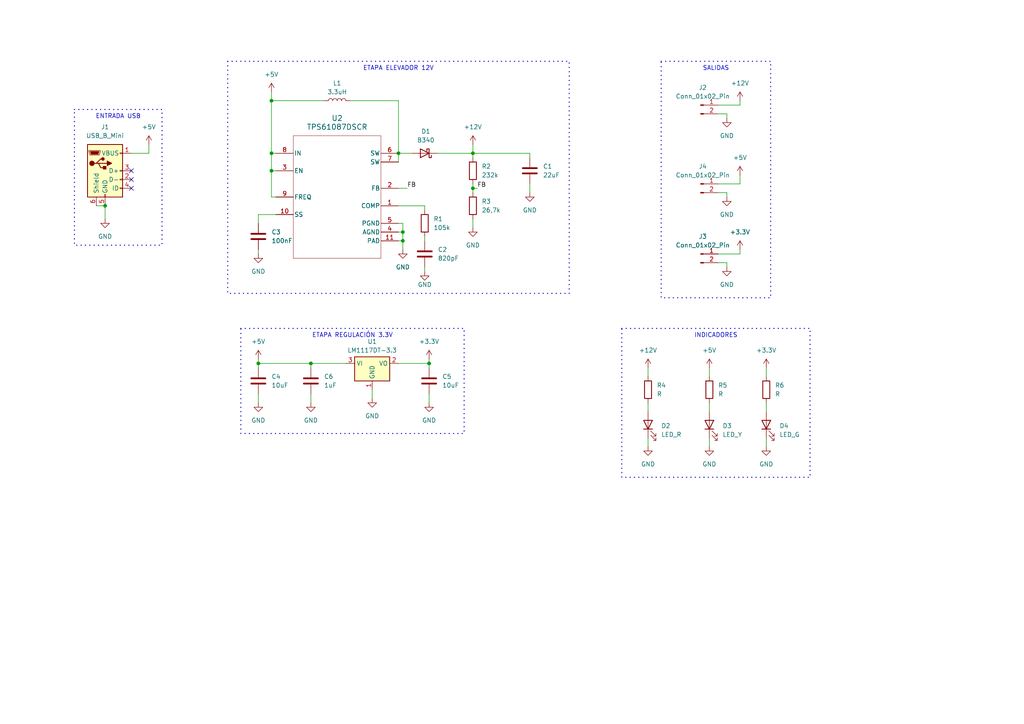
<source format=kicad_sch>
(kicad_sch (version 20230121) (generator eeschema)
  (paper "A4")
  (lib_symbols
    (symbol "Connector:Conn_01x02_Pin" (pin_names (offset 1.016) hide)
      (property "Reference" "J" (at 0 2.54 0))
      (property "Value" "Conn_01x02_Pin" (at 0 -5.08 0))
      (symbol "Conn_01x02_Pin_1_1"
        (polyline (pts (xy 1.27 -2.54) (xy 0.8636 -2.54)) (stroke (width 0.1524)))
        (polyline (pts (xy 1.27 0) (xy 0.8636 0)) (stroke (width 0.1524)))
        (rectangle (start 0.8636 -2.413) (end 0 -2.667) (stroke (width 0.1524)) (fill (type outline)))
        (rectangle (start 0.8636 0.127) (end 0 -0.127) (stroke (width 0.1524)) (fill (type outline)))
        (pin passive line (at 5.08 0 180) (length 3.81) (name "Pin_1") (number "1"))
        (pin passive line (at 5.08 -2.54 180) (length 3.81) (name "Pin_2") (number "2"))
      )
    )
    (symbol "Connector:USB_B_Mini" (pin_names (offset 1.016))
      (property "Reference" "J" (at -5.08 11.43 0))
      (property "Value" "USB_B_Mini" (at -5.08 8.89 0))
      (symbol "USB_B_Mini_0_1"
        (rectangle (start -5.08 -7.62) (end 5.08 7.62) (stroke (width 0.254)) (fill (type background)))
        (circle (center -3.81 2.159) (radius 0.635) (stroke (width 0.254)) (fill (type outline)))
        (circle (center -0.635 3.429) (radius 0.381) (stroke (width 0.254)) (fill (type outline)))
        (rectangle (start -0.127 -7.62) (end 0.127 -6.858))
        (polyline (pts (xy -1.905 2.159) (xy 0.635 2.159)) (stroke (width 0.254)))
        (polyline (pts (xy -3.175 2.159) (xy -2.54 2.159) (xy -1.27 3.429) (xy -0.635 3.429)) (stroke (width 0.254)))
        (polyline (pts (xy -2.54 2.159) (xy -1.905 2.159) (xy -1.27 0.889) (xy 0 0.889)) (stroke (width 0.254)))
        (polyline (pts (xy 0.635 2.794) (xy 0.635 1.524) (xy 1.905 2.159) (xy 0.635 2.794)) (stroke (width 0.254)) (fill (type outline)))
        (polyline (pts (xy -4.318 5.588) (xy -1.778 5.588) (xy -2.032 4.826) (xy -4.064 4.826) (xy -4.318 5.588)) (fill (type outline)))
        (polyline (pts (xy -4.699 5.842) (xy -4.699 5.588) (xy -4.445 4.826) (xy -4.445 4.572) (xy -1.651 4.572) (xy -1.651 4.826) (xy -1.397 5.588) (xy -1.397 5.842) (xy -4.699 5.842)))
        (rectangle (start 0.254 1.27) (end -0.508 0.508) (stroke (width 0.254)) (fill (type outline)))
        (rectangle (start 5.08 -5.207) (end 4.318 -4.953))
        (rectangle (start 5.08 -2.667) (end 4.318 -2.413))
        (rectangle (start 5.08 -0.127) (end 4.318 0.127))
        (rectangle (start 5.08 4.953) (end 4.318 5.207))
      )
      (symbol "USB_B_Mini_1_1"
        (pin power_out line (at 7.62 5.08 180) (length 2.54) (name "VBUS") (number "1"))
        (pin bidirectional line (at 7.62 -2.54 180) (length 2.54) (name "D-") (number "2"))
        (pin bidirectional line (at 7.62 0 180) (length 2.54) (name "D+") (number "3"))
        (pin passive line (at 7.62 -5.08 180) (length 2.54) (name "ID") (number "4"))
        (pin power_out line (at 0 -10.16 90) (length 2.54) (name "GND") (number "5"))
        (pin passive line (at -2.54 -10.16 90) (length 2.54) (name "Shield") (number "6"))
      )
    )
    (symbol "Device:C" (pin_numbers hide) (pin_names (offset 0.254))
      (property "Reference" "C" (at 0.635 2.54 0))
      (property "Value" "C" (at 0.635 -2.54 0))
      (symbol "C_0_1"
        (polyline (pts (xy -2.032 -0.762) (xy 2.032 -0.762)) (stroke (width 0.508)))
        (polyline (pts (xy -2.032 0.762) (xy 2.032 0.762)) (stroke (width 0.508)))
      )
      (symbol "C_1_1"
        (pin passive line (at 0 3.81 270) (length 2.794) (name "~") (number "1"))
        (pin passive line (at 0 -3.81 90) (length 2.794) (name "~") (number "2"))
      )
    )
    (symbol "Device:L" (pin_numbers hide) (pin_names (offset 1.016) hide)
      (property "Reference" "L" (at -1.27 0 90))
      (property "Value" "L" (at 1.905 0 90))
      (symbol "L_0_1"
        (arc (start 0 -2.54) (mid 0.6323 -1.905) (end 0 -1.27))
        (arc (start 0 -1.27) (mid 0.6323 -0.635) (end 0 0))
        (arc (start 0 0) (mid 0.6323 0.635) (end 0 1.27))
        (arc (start 0 1.27) (mid 0.6323 1.905) (end 0 2.54))
      )
      (symbol "L_1_1"
        (pin passive line (at 0 3.81 270) (length 1.27) (name "1") (number "1"))
        (pin passive line (at 0 -3.81 90) (length 1.27) (name "2") (number "2"))
      )
    )
    (symbol "Device:LED" (pin_numbers hide) (pin_names (offset 1.016) hide)
      (property "Reference" "D" (at 0 2.54 0))
      (property "Value" "LED" (at 0 -2.54 0))
      (symbol "LED_0_1"
        (polyline (pts (xy -1.27 -1.27) (xy -1.27 1.27)) (stroke (width 0.254)))
        (polyline (pts (xy -1.27 0) (xy 1.27 0)))
        (polyline (pts (xy 1.27 -1.27) (xy 1.27 1.27) (xy -1.27 0) (xy 1.27 -1.27)) (stroke (width 0.254)))
        (polyline (pts (xy -3.048 -0.762) (xy -4.572 -2.286) (xy -3.81 -2.286) (xy -4.572 -2.286) (xy -4.572 -1.524)))
        (polyline (pts (xy -1.778 -0.762) (xy -3.302 -2.286) (xy -2.54 -2.286) (xy -3.302 -2.286) (xy -3.302 -1.524)))
      )
      (symbol "LED_1_1"
        (pin passive line (at -3.81 0 0) (length 2.54) (name "K") (number "1"))
        (pin passive line (at 3.81 0 180) (length 2.54) (name "A") (number "2"))
      )
    )
    (symbol "Device:R" (pin_numbers hide) (pin_names (offset 0))
      (property "Reference" "R" (at 2.032 0 90))
      (property "Value" "R" (at 0 0 90))
      (symbol "R_0_1"
        (rectangle (start -1.016 -2.54) (end 1.016 2.54) (stroke (width 0.254)))
      )
      (symbol "R_1_1"
        (pin passive line (at 0 3.81 270) (length 1.27) (name "~") (number "1"))
        (pin passive line (at 0 -3.81 90) (length 1.27) (name "~") (number "2"))
      )
    )
    (symbol "Diode:B340" (pin_numbers hide) (pin_names (offset 1.016) hide)
      (property "Reference" "D" (at 0 2.54 0))
      (property "Value" "B340" (at 0 -2.54 0))
      (symbol "B340_0_1"
        (polyline (pts (xy 1.27 0) (xy -1.27 0)))
        (polyline (pts (xy 1.27 1.27) (xy 1.27 -1.27) (xy -1.27 0) (xy 1.27 1.27)) (stroke (width 0.254)))
        (polyline (pts (xy -1.905 0.635) (xy -1.905 1.27) (xy -1.27 1.27) (xy -1.27 -1.27) (xy -0.635 -1.27) (xy -0.635 -0.635)) (stroke (width 0.254)))
      )
      (symbol "B340_1_1"
        (pin passive line (at -3.81 0 0) (length 2.54) (name "K") (number "1"))
        (pin passive line (at 3.81 0 180) (length 2.54) (name "A") (number "2"))
      )
    )
    (symbol "Regulator_Linear:LM1117DT-3.3"
      (property "Reference" "U" (at -3.81 3.175 0))
      (property "Value" "LM1117DT-3.3" (at 0 3.175 0))
      (symbol "LM1117DT-3.3_0_1"
        (rectangle (start -5.08 -5.08) (end 5.08 1.905) (stroke (width 0.254)) (fill (type background)))
      )
      (symbol "LM1117DT-3.3_1_1"
        (pin power_in line (at 0 -7.62 90) (length 2.54) (name "GND") (number "1"))
        (pin power_out line (at 7.62 0 180) (length 2.54) (name "VO") (number "2"))
        (pin power_in line (at -7.62 0 0) (length 2.54) (name "VI") (number "3"))
      )
    )
    (symbol "power:+12V" (power) (pin_names (offset 0))
      (property "Value" "+12V" (at 0 3.556 0))
      (symbol "+12V_0_1"
        (polyline (pts (xy -0.762 1.27) (xy 0 2.54)))
        (polyline (pts (xy 0 0) (xy 0 2.54)))
        (polyline (pts (xy 0 2.54) (xy 0.762 1.27)))
      )
      (symbol "+12V_1_1"
        (pin power_in line (at 0 0 90) (length 0) hide (name "+12V") (number "1"))
      )
    )
    (symbol "power:+3.3V" (power) (pin_names (offset 0))
      (property "Value" "+3.3V" (at 0 3.556 0))
      (symbol "+3.3V_0_1"
        (polyline (pts (xy -0.762 1.27) (xy 0 2.54)))
        (polyline (pts (xy 0 0) (xy 0 2.54)))
        (polyline (pts (xy 0 2.54) (xy 0.762 1.27)))
      )
      (symbol "+3.3V_1_1"
        (pin power_in line (at 0 0 90) (length 0) hide (name "+3.3V") (number "1"))
      )
    )
    (symbol "power:+5V" (power) (pin_names (offset 0))
      (property "Value" "+5V" (at 0 3.556 0))
      (symbol "+5V_0_1"
        (polyline (pts (xy -0.762 1.27) (xy 0 2.54)))
        (polyline (pts (xy 0 0) (xy 0 2.54)))
        (polyline (pts (xy 0 2.54) (xy 0.762 1.27)))
      )
      (symbol "+5V_1_1"
        (pin power_in line (at 0 0 90) (length 0) hide (name "+5V") (number "1"))
      )
    )
    (symbol "power:GND" (power) (pin_names (offset 0))
      (property "Value" "GND" (at 0 -3.81 0))
      (symbol "GND_0_1"
        (polyline (pts (xy 0 0) (xy 0 -1.27) (xy 1.27 -1.27) (xy 0 -2.54) (xy -1.27 -1.27) (xy 0 -1.27)))
      )
      (symbol "GND_1_1"
        (pin power_in line (at 0 0 270) (length 0) hide (name "GND") (number "1"))
      )
    )
    (symbol "tps61087dscr:TPS61087DSCR" (pin_names (offset 0.254))
      (property "Reference" "U" (at 0 2.54 0))
      (property "Value" "TPS61087DSCR" (at 0 0 0))
      (symbol "TPS61087DSCR_0_1"
        (polyline (pts (xy -12.7 -17.78) (xy 12.7 -17.78)) (stroke (width 0.1016)))
        (polyline (pts (xy -12.7 17.78) (xy -12.7 -17.78)) (stroke (width 0.1016)))
        (polyline (pts (xy 12.7 -17.78) (xy 12.7 17.78)) (stroke (width 0.1016)))
        (polyline (pts (xy 12.7 17.78) (xy -12.7 17.78)) (stroke (width 0.1016)))
        (pin input line (at 17.78 -2.54 180) (length 5.08) (name "COMP") (number "1"))
        (pin input line (at -17.78 -5.08 0) (length 5.08) (name "SS") (number "10"))
        (pin power_in line (at 17.78 -12.7 180) (length 5.08) (name "PAD") (number "11"))
        (pin input line (at 17.78 2.54 180) (length 5.08) (name "FB") (number "2"))
        (pin input line (at -17.78 7.62 0) (length 5.08) (name "EN") (number "3"))
        (pin power_in line (at 17.78 -10.16 180) (length 5.08) (name "AGND") (number "4"))
        (pin power_in line (at 17.78 -7.62 180) (length 5.08) (name "PGND") (number "5"))
        (pin power_in line (at 17.78 12.7 180) (length 5.08) (name "SW") (number "6"))
        (pin power_in line (at 17.78 10.16 180) (length 5.08) (name "SW") (number "7"))
        (pin power_in line (at -17.78 12.7 0) (length 5.08) (name "IN") (number "8"))
        (pin input line (at -17.78 0 0) (length 5.08) (name "FREQ") (number "9"))
      )
    )
  )
  (junction (at 90.17 105.41))
  (junction (at 78.74 49.53))
  (junction (at 116.84 69.85))
  (junction (at 30.48 59.69))
  (junction (at 137.16 54.61))
  (junction (at 74.93 105.41))
  (junction (at 116.84 67.31))
  (junction (at 78.74 44.45))
  (junction (at 124.46 105.41))
  (junction (at 115.57 44.45))
  (junction (at 78.74 29.21))
  (junction (at 137.16 44.45))
  (no_connect (at 38.1 49.53))
  (no_connect (at 38.1 52.07))
  (no_connect (at 38.1 54.61))
  (wire (pts (xy 210.82 77.47) (xy 210.82 76.2)))
  (wire (pts (xy 153.67 53.34) (xy 153.67 55.88)))
  (wire (pts (xy 137.16 45.72) (xy 137.16 44.45)))
  (wire (pts (xy 115.57 44.45) (xy 119.38 44.45)))
  (wire (pts (xy 78.74 29.21) (xy 78.74 44.45)))
  (wire (pts (xy 214.63 53.34) (xy 208.28 53.34)))
  (wire (pts (xy 80.01 44.45) (xy 78.74 44.45)))
  (wire (pts (xy 115.57 105.41) (xy 124.46 105.41)))
  (wire (pts (xy 153.67 44.45) (xy 137.16 44.45)))
  (wire (pts (xy 78.74 49.53) (xy 78.74 44.45)))
  (wire (pts (xy 30.48 59.69) (xy 30.48 63.5)))
  (wire (pts (xy 90.17 105.41) (xy 90.17 106.68)))
  (wire (pts (xy 101.6 29.21) (xy 115.57 29.21)))
  (wire (pts (xy 115.57 69.85) (xy 116.84 69.85)))
  (wire (pts (xy 137.16 53.34) (xy 137.16 54.61)))
  (wire (pts (xy 214.63 29.21) (xy 214.63 30.48)))
  (wire (pts (xy 123.19 77.47) (xy 123.19 78.74)))
  (wire (pts (xy 123.19 59.69) (xy 123.19 60.96)))
  (wire (pts (xy 137.16 54.61) (xy 138.43 54.61)))
  (wire (pts (xy 214.63 73.66) (xy 208.28 73.66)))
  (wire (pts (xy 123.19 68.58) (xy 123.19 69.85)))
  (wire (pts (xy 43.18 44.45) (xy 38.1 44.45)))
  (wire (pts (xy 74.93 105.41) (xy 90.17 105.41)))
  (wire (pts (xy 116.84 67.31) (xy 116.84 69.85)))
  (wire (pts (xy 222.25 106.68) (xy 222.25 109.22)))
  (wire (pts (xy 214.63 72.39) (xy 214.63 73.66)))
  (wire (pts (xy 205.74 116.84) (xy 205.74 119.38)))
  (wire (pts (xy 210.82 33.02) (xy 208.28 33.02)))
  (wire (pts (xy 74.93 64.77) (xy 74.93 62.23)))
  (wire (pts (xy 187.96 116.84) (xy 187.96 119.38)))
  (wire (pts (xy 115.57 44.45) (xy 115.57 46.99)))
  (wire (pts (xy 187.96 106.68) (xy 187.96 109.22)))
  (wire (pts (xy 222.25 116.84) (xy 222.25 119.38)))
  (wire (pts (xy 210.82 76.2) (xy 208.28 76.2)))
  (wire (pts (xy 74.93 105.41) (xy 74.93 106.68)))
  (wire (pts (xy 214.63 50.8) (xy 214.63 53.34)))
  (wire (pts (xy 124.46 104.14) (xy 124.46 105.41)))
  (wire (pts (xy 153.67 45.72) (xy 153.67 44.45)))
  (wire (pts (xy 90.17 105.41) (xy 100.33 105.41)))
  (wire (pts (xy 187.96 127) (xy 187.96 129.54)))
  (wire (pts (xy 222.25 127) (xy 222.25 129.54)))
  (wire (pts (xy 210.82 57.15) (xy 210.82 55.88)))
  (wire (pts (xy 107.95 113.03) (xy 107.95 115.57)))
  (wire (pts (xy 78.74 57.15) (xy 78.74 49.53)))
  (wire (pts (xy 74.93 104.14) (xy 74.93 105.41)))
  (wire (pts (xy 115.57 67.31) (xy 116.84 67.31)))
  (wire (pts (xy 137.16 54.61) (xy 137.16 55.88)))
  (wire (pts (xy 78.74 26.67) (xy 78.74 29.21)))
  (wire (pts (xy 124.46 114.3) (xy 124.46 116.84)))
  (wire (pts (xy 124.46 105.41) (xy 124.46 106.68)))
  (wire (pts (xy 43.18 41.91) (xy 43.18 44.45)))
  (wire (pts (xy 115.57 59.69) (xy 123.19 59.69)))
  (wire (pts (xy 116.84 72.39) (xy 116.84 69.85)))
  (wire (pts (xy 116.84 64.77) (xy 116.84 67.31)))
  (wire (pts (xy 214.63 30.48) (xy 208.28 30.48)))
  (wire (pts (xy 137.16 41.91) (xy 137.16 44.45)))
  (wire (pts (xy 90.17 114.3) (xy 90.17 116.84)))
  (wire (pts (xy 205.74 106.68) (xy 205.74 109.22)))
  (wire (pts (xy 127 44.45) (xy 137.16 44.45)))
  (wire (pts (xy 210.82 34.29) (xy 210.82 33.02)))
  (wire (pts (xy 74.93 114.3) (xy 74.93 116.84)))
  (wire (pts (xy 137.16 63.5) (xy 137.16 66.04)))
  (wire (pts (xy 210.82 55.88) (xy 208.28 55.88)))
  (wire (pts (xy 115.57 29.21) (xy 115.57 44.45)))
  (wire (pts (xy 115.57 64.77) (xy 116.84 64.77)))
  (wire (pts (xy 27.94 59.69) (xy 30.48 59.69)))
  (wire (pts (xy 80.01 57.15) (xy 78.74 57.15)))
  (wire (pts (xy 74.93 62.23) (xy 80.01 62.23)))
  (wire (pts (xy 205.74 127) (xy 205.74 129.54)))
  (wire (pts (xy 80.01 49.53) (xy 78.74 49.53)))
  (wire (pts (xy 93.98 29.21) (xy 78.74 29.21)))
  (wire (pts (xy 115.57 54.61) (xy 118.11 54.61)))
  (wire (pts (xy 74.93 72.39) (xy 74.93 73.66)))
  (text_box "ETAPA ELEVADOR 12V" (at 66.04 17.78 0) (size 99.06 67.31) (stroke (width 0.3) (type dot) (color 0 0 194 1)) (effects (font (size 1.27 1.27)) (justify top)))
  (text_box "ENTRADA USB" (at 21.59 31.75 0) (size 25.4 39.37) (stroke (width 0.3) (type dot)) (effects (font (size 1.27 1.27)) (justify top)))
  (text_box "INDICADORES" (at 180.34 95.25 0) (size 54.61 43.18) (stroke (width 0.3) (type dot) (color 0 0 194 1)) (effects (font (size 1.27 1.27)) (justify top)))
  (text_box "ETAPA REGULACIÓN 3.3V" (at 69.85 95.25 0) (size 64.77 30.48) (stroke (width 0.3) (type dot) (color 0 0 194 1)) (effects (font (size 1.27 1.27)) (justify top)))
  (text_box "SALIDAS" (at 191.77 17.78 0) (size 31.75 68.58) (stroke (width 0.3) (type dot) (color 0 0 194 1)) (effects (font (size 1.27 1.27)) (justify top)))
  (label "FB" (at 138.43 54.61 0))
  (label "FB" (at 118.11 54.61 0))
  (symbol (lib_id "power:GND") (at 90.17 116.84 0) (unit 1)
    (property "Reference" "#PWR07" (effects hide))
    (property "Value" "GND" (at 90.17 121.92 0))
  )
  (symbol (lib_id "power:+5V") (at 214.63 50.8 0) (unit 1)
    (property "Reference" "#PWR022" (effects hide))
    (property "Value" "+5V" (at 214.63 45.72 0))
  )
  (symbol (lib_id "Connector:USB_B_Mini") (at 30.48 49.53 0) (unit 1)
    (property "Reference" "J1" (at 30.48 36.83 0))
    (property "Value" "USB_B_Mini" (at 30.48 39.37 0))
  )
  (symbol (lib_id "Device:C") (at 74.93 68.58 0) (unit 1)
    (property "Reference" "C3" (at 78.74 67.31 0) (effects (justify left)))
    (property "Value" "100nF" (at 78.74 69.85 0) (effects (justify left)))
  )
  (symbol (lib_id "power:+5V") (at 74.93 104.14 0) (unit 1)
    (property "Reference" "#PWR05" (effects hide))
    (property "Value" "+5V" (at 74.93 99.06 0))
  )
  (symbol (lib_id "Device:C") (at 90.17 110.49 0) (unit 1)
    (property "Reference" "C6" (at 93.98 109.22 0) (effects (justify left)))
    (property "Value" "1uF" (at 93.98 111.76 0) (effects (justify left)))
  )
  (symbol (lib_id "power:GND") (at 137.16 66.04 0) (unit 1)
    (property "Reference" "#PWR010" (effects hide))
    (property "Value" "GND" (at 137.16 71.12 0))
  )
  (symbol (lib_id "power:GND") (at 74.93 116.84 0) (unit 1)
    (property "Reference" "#PWR06" (effects hide))
    (property "Value" "GND" (at 74.93 121.92 0))
  )
  (symbol (lib_id "power:GND") (at 222.25 129.54 0) (unit 1)
    (property "Reference" "#PWR025" (effects hide))
    (property "Value" "GND" (at 222.25 134.62 0))
  )
  (symbol (lib_id "power:GND") (at 187.96 129.54 0) (unit 1)
    (property "Reference" "#PWR023" (effects hide))
    (property "Value" "GND" (at 187.96 134.62 0))
  )
  (symbol (lib_id "power:+3.3V") (at 124.46 104.14 0) (unit 1)
    (property "Reference" "#PWR02" (effects hide))
    (property "Value" "+3.3V" (at 124.46 99.06 0))
  )
  (symbol (lib_id "Device:R") (at 123.19 64.77 180) (unit 1)
    (property "Reference" "R1" (at 125.73 63.5 0) (effects (justify right)))
    (property "Value" "105k" (at 125.73 66.04 0) (effects (justify right)))
  )
  (symbol (lib_id "power:GND") (at 153.67 55.88 0) (unit 1)
    (property "Reference" "#PWR014" (effects hide))
    (property "Value" "GND" (at 153.67 60.96 0))
  )
  (symbol (lib_id "power:GND") (at 30.48 63.5 0) (unit 1)
    (property "Reference" "#PWR04" (effects hide))
    (property "Value" "GND" (at 30.48 68.58 0))
  )
  (symbol (lib_id "power:GND") (at 210.82 34.29 0) (unit 1)
    (property "Reference" "#PWR018" (effects hide))
    (property "Value" "GND" (at 210.82 39.37 0))
  )
  (symbol (lib_id "Device:C") (at 74.93 110.49 0) (unit 1)
    (property "Reference" "C4" (at 78.74 109.22 0) (effects (justify left)))
    (property "Value" "10uF" (at 78.74 111.76 0) (effects (justify left)))
  )
  (symbol (lib_id "power:+12V") (at 214.63 29.21 0) (unit 1)
    (property "Reference" "#PWR019" (effects hide))
    (property "Value" "+12V" (at 214.63 24.13 0))
  )
  (symbol (lib_id "power:GND") (at 107.95 115.57 0) (unit 1)
    (property "Reference" "#PWR08" (effects hide))
    (property "Value" "GND" (at 107.95 120.65 0))
  )
  (symbol (lib_id "Device:R") (at 137.16 59.69 0) (unit 1)
    (property "Reference" "R3" (at 139.7 58.42 0) (effects (justify left)))
    (property "Value" "26,7k" (at 139.7 60.96 0) (effects (justify left)))
  )
  (symbol (lib_id "power:GND") (at 123.19 78.74 0) (unit 1)
    (property "Reference" "#PWR013" (effects hide))
    (property "Value" "GND" (at 123.19 82.55 0))
  )
  (symbol (lib_id "power:+3.3V") (at 214.63 72.39 0) (unit 1)
    (property "Reference" "#PWR020" (effects hide))
    (property "Value" "+3.3V" (at 214.63 67.31 0))
  )
  (symbol (lib_id "power:GND") (at 210.82 57.15 0) (unit 1)
    (property "Reference" "#PWR021" (effects hide))
    (property "Value" "GND" (at 210.82 62.23 0))
  )
  (symbol (lib_id "Device:LED") (at 222.25 123.19 90) (unit 1)
    (property "Reference" "D4" (at 226.06 123.5075 90) (effects (justify right)))
    (property "Value" "LED_G" (at 226.06 126.0475 90) (effects (justify right)))
  )
  (symbol (lib_id "power:GND") (at 124.46 116.84 0) (unit 1)
    (property "Reference" "#PWR09" (effects hide))
    (property "Value" "GND" (at 124.46 121.92 0))
  )
  (symbol (lib_id "Device:R") (at 205.74 113.03 0) (unit 1)
    (property "Reference" "R5" (at 208.28 111.76 0) (effects (justify left)))
    (property "Value" "R" (at 208.28 114.3 0) (effects (justify left)))
  )
  (symbol (lib_id "Device:LED") (at 187.96 123.19 90) (unit 1)
    (property "Reference" "D2" (at 191.77 123.5075 90) (effects (justify right)))
    (property "Value" "LED_R" (at 191.77 126.0475 90) (effects (justify right)))
  )
  (symbol (lib_id "Device:L") (at 97.79 29.21 90) (unit 1)
    (property "Reference" "L1" (at 97.79 24.13 90))
    (property "Value" "3.3uH" (at 97.79 26.67 90))
  )
  (symbol (lib_id "Device:LED") (at 205.74 123.19 90) (unit 1)
    (property "Reference" "D3" (at 209.55 123.5075 90) (effects (justify right)))
    (property "Value" "LED_Y" (at 209.55 126.0475 90) (effects (justify right)))
  )
  (symbol (lib_id "Connector:Conn_01x02_Pin") (at 203.2 30.48 0) (unit 1)
    (property "Reference" "J2" (at 203.835 25.4 0))
    (property "Value" "Conn_01x02_Pin" (at 203.835 27.94 0))
  )
  (symbol (lib_id "power:+5V") (at 205.74 106.68 0) (unit 1)
    (property "Reference" "#PWR027" (effects hide))
    (property "Value" "+5V" (at 205.74 101.6 0))
  )
  (symbol (lib_id "power:+5V") (at 43.18 41.91 0) (unit 1)
    (property "Reference" "#PWR03" (effects hide))
    (property "Value" "+5V" (at 43.18 36.83 0))
  )
  (symbol (lib_id "power:GND") (at 116.84 72.39 0) (unit 1)
    (property "Reference" "#PWR012" (effects hide))
    (property "Value" "GND" (at 116.84 77.47 0))
  )
  (symbol (lib_id "Device:C") (at 123.19 73.66 0) (unit 1)
    (property "Reference" "C2" (at 127 72.39 0) (effects (justify left)))
    (property "Value" "820pF" (at 127 74.93 0) (effects (justify left)))
  )
  (symbol (lib_id "Connector:Conn_01x02_Pin") (at 203.2 73.66 0) (unit 1)
    (property "Reference" "J3" (at 203.835 68.58 0))
    (property "Value" "Conn_01x02_Pin" (at 203.835 71.12 0))
  )
  (symbol (lib_id "Regulator_Linear:LM1117DT-3.3") (at 107.95 105.41 0) (unit 1)
    (property "Reference" "U1" (at 107.95 99.06 0))
    (property "Value" "LM1117DT-3.3" (at 107.95 101.6 0))
    (property "Footprint" "Package_TO_SOT_SMD:TO-252-3_TabPin2" (effects hide))
    (property "Datasheet" "http://www.ti.com/lit/ds/symlink/lm1117.pdf" (effects hide))
  )
  (symbol (lib_id "power:GND") (at 74.93 73.66 0) (unit 1)
    (property "Reference" "#PWR011" (effects hide))
    (property "Value" "GND" (at 74.93 78.74 0))
  )
  (symbol (lib_id "power:+3.3V") (at 222.25 106.68 0) (unit 1)
    (property "Reference" "#PWR028" (effects hide))
    (property "Value" "+3.3V" (at 222.25 101.6 0))
  )
  (symbol (lib_id "Device:C") (at 124.46 110.49 0) (unit 1)
    (property "Reference" "C5" (at 128.27 109.22 0) (effects (justify left)))
    (property "Value" "10uF" (at 128.27 111.76 0) (effects (justify left)))
  )
  (symbol (lib_id "Device:R") (at 222.25 113.03 0) (unit 1)
    (property "Reference" "R6" (at 224.79 111.76 0) (effects (justify left)))
    (property "Value" "R" (at 224.79 114.3 0) (effects (justify left)))
  )
  (symbol (lib_id "power:+12V") (at 187.96 106.68 0) (unit 1)
    (property "Reference" "#PWR026" (effects hide))
    (property "Value" "+12V" (at 187.96 101.6 0))
  )
  (symbol (lib_id "power:GND") (at 205.74 129.54 0) (unit 1)
    (property "Reference" "#PWR024" (effects hide))
    (property "Value" "GND" (at 205.74 134.62 0))
  )
  (symbol (lib_id "Connector:Conn_01x02_Pin") (at 203.2 53.34 0) (unit 1)
    (property "Reference" "J4" (at 203.835 48.26 0))
    (property "Value" "Conn_01x02_Pin" (at 203.835 50.8 0))
  )
  (symbol (lib_id "power:GND") (at 210.82 77.47 0) (unit 1)
    (property "Reference" "#PWR017" (effects hide))
    (property "Value" "GND" (at 210.82 82.55 0))
  )
  (symbol (lib_id "Device:R") (at 137.16 49.53 180) (unit 1)
    (property "Reference" "R2" (at 139.7 48.26 0) (effects (justify right)))
    (property "Value" "232k" (at 139.7 50.8 0) (effects (justify right)))
  )
  (symbol (lib_id "power:+12V") (at 137.16 41.91 0) (unit 1)
    (property "Reference" "#PWR01" (effects hide))
    (property "Value" "+12V" (at 137.16 36.83 0))
  )
  (symbol (lib_id "tps61087dscr:TPS61087DSCR") (at 97.79 57.15 0) (unit 1)
    (property "Reference" "U2" (at 97.79 34.29 0) (effects (font (size 1.524 1.524))))
    (property "Value" "TPS61087DSCR" (at 97.79 36.83 0) (effects (font (size 1.524 1.524))))
    (property "Footprint" "DSC0010A" (effects hide))
    (property "Datasheet" "TPS61087DSCR" (effects hide))
  )
  (symbol (lib_id "power:+5V") (at 78.74 26.67 0) (unit 1)
    (property "Reference" "#PWR029" (effects hide))
    (property "Value" "+5V" (at 78.74 21.59 0))
  )
  (symbol (lib_id "Device:C") (at 153.67 49.53 180) (unit 1)
    (property "Reference" "C1" (at 157.48 48.26 0) (effects (justify right)))
    (property "Value" "22uF" (at 157.48 50.8 0) (effects (justify right)))
  )
  (symbol (lib_id "Device:R") (at 187.96 113.03 0) (unit 1)
    (property "Reference" "R4" (at 190.5 111.76 0) (effects (justify left)))
    (property "Value" "R" (at 190.5 114.3 0) (effects (justify left)))
  )
  (symbol (lib_id "Diode:B340") (at 123.19 44.45 180) (unit 1)
    (property "Reference" "D1" (at 123.5075 38.1 0))
    (property "Value" "B340" (at 123.5075 40.64 0))
    (property "Footprint" "Diode_SMD:D_SMC" (effects hide))
    (property "Datasheet" "http://www.jameco.com/Jameco/Products/ProdDS/1538777.pdf" (effects hide))
  )
)
</source>
